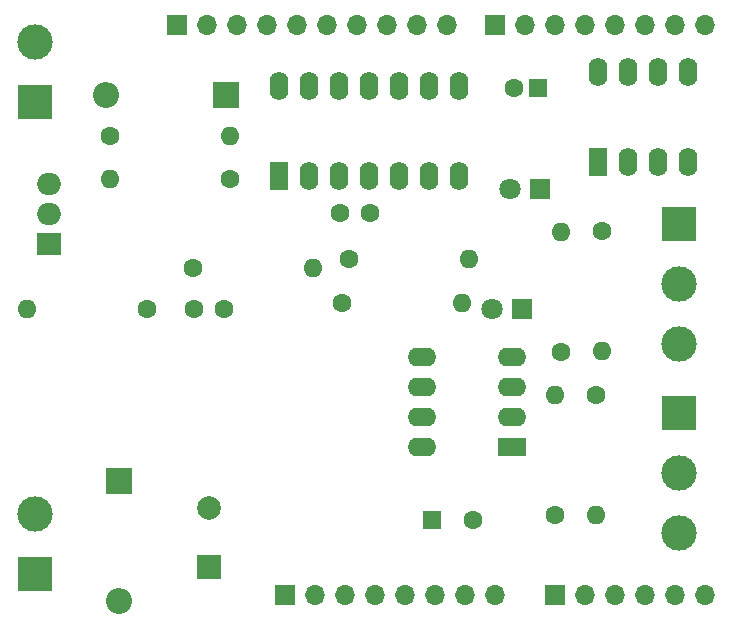
<source format=gbs>
G04 #@! TF.GenerationSoftware,KiCad,Pcbnew,8.0.1*
G04 #@! TF.CreationDate,2024-03-22T11:37:50+04:00*
G04 #@! TF.ProjectId,BSPD_Nucleo_Shield,42535044-5f4e-4756-936c-656f5f536869,1.0*
G04 #@! TF.SameCoordinates,Original*
G04 #@! TF.FileFunction,Soldermask,Bot*
G04 #@! TF.FilePolarity,Negative*
%FSLAX46Y46*%
G04 Gerber Fmt 4.6, Leading zero omitted, Abs format (unit mm)*
G04 Created by KiCad (PCBNEW 8.0.1) date 2024-03-22 11:37:50*
%MOMM*%
%LPD*%
G01*
G04 APERTURE LIST*
%ADD10R,1.700000X1.700000*%
%ADD11O,1.700000X1.700000*%
%ADD12R,3.000000X3.000000*%
%ADD13C,3.000000*%
%ADD14R,2.200000X2.200000*%
%ADD15O,2.200000X2.200000*%
%ADD16C,1.600000*%
%ADD17O,1.600000X1.600000*%
%ADD18R,2.000000X2.000000*%
%ADD19C,2.000000*%
%ADD20R,1.600000X1.600000*%
%ADD21R,2.400000X1.600000*%
%ADD22O,2.400000X1.600000*%
%ADD23R,1.600000X2.400000*%
%ADD24O,1.600000X2.400000*%
%ADD25R,1.800000X1.800000*%
%ADD26C,1.800000*%
%ADD27R,2.000000X1.905000*%
%ADD28O,2.000000X1.905000*%
G04 APERTURE END LIST*
D10*
X57950000Y-69340000D03*
D11*
X60490000Y-69340000D03*
X63030000Y-69340000D03*
X65570000Y-69340000D03*
X68110000Y-69340000D03*
X70650000Y-69340000D03*
X73190000Y-69340000D03*
X75730000Y-69340000D03*
D10*
X80810000Y-69340000D03*
D11*
X83350000Y-69340000D03*
X85890000Y-69340000D03*
X88430000Y-69340000D03*
X90970000Y-69340000D03*
X93510000Y-69340000D03*
D10*
X75730000Y-21080000D03*
D11*
X78270000Y-21080000D03*
X80810000Y-21080000D03*
X83350000Y-21080000D03*
X85890000Y-21080000D03*
X88430000Y-21080000D03*
X90970000Y-21080000D03*
X93510000Y-21080000D03*
D12*
X36810000Y-67550000D03*
D13*
X36810000Y-62470000D03*
D14*
X53010000Y-26980000D03*
D15*
X42850000Y-26980000D03*
D16*
X50210000Y-41680000D03*
D17*
X60370000Y-41680000D03*
D16*
X46290000Y-45080000D03*
D17*
X36130000Y-45080000D03*
D16*
X43110000Y-30470000D03*
D17*
X53270000Y-30470000D03*
D18*
X51510000Y-66980000D03*
D19*
X51510000Y-61980000D03*
D20*
X70410000Y-62980000D03*
D16*
X73910000Y-62980000D03*
X62810000Y-44580000D03*
D17*
X72970000Y-44580000D03*
D16*
X84310000Y-52380000D03*
D17*
X84310000Y-62540000D03*
D16*
X81310000Y-48780000D03*
D17*
X81310000Y-38620000D03*
D21*
X77210000Y-56780000D03*
D22*
X77210000Y-54240000D03*
X77210000Y-51700000D03*
X77210000Y-49160000D03*
X69590000Y-49160000D03*
X69590000Y-51700000D03*
X69590000Y-54240000D03*
X69590000Y-56780000D03*
D12*
X91310000Y-37880000D03*
D13*
X91310000Y-42960000D03*
X91310000Y-48040000D03*
D23*
X57455000Y-33855000D03*
D24*
X59995000Y-33855000D03*
X62535000Y-33855000D03*
X65075000Y-33855000D03*
X67615000Y-33855000D03*
X70155000Y-33855000D03*
X72695000Y-33855000D03*
X72695000Y-26235000D03*
X70155000Y-26235000D03*
X67615000Y-26235000D03*
X65075000Y-26235000D03*
X62535000Y-26235000D03*
X59995000Y-26235000D03*
X57455000Y-26235000D03*
D10*
X48806000Y-21080000D03*
D11*
X51346000Y-21080000D03*
X53886000Y-21080000D03*
X56426000Y-21080000D03*
X58966000Y-21080000D03*
X61506000Y-21080000D03*
X64046000Y-21080000D03*
X66586000Y-21080000D03*
X69126000Y-21080000D03*
X71666000Y-21080000D03*
D16*
X50260000Y-45080000D03*
X52760000Y-45080000D03*
D12*
X91310000Y-53960000D03*
D13*
X91310000Y-59040000D03*
X91310000Y-64120000D03*
D12*
X36810000Y-27570000D03*
D13*
X36810000Y-22490000D03*
D14*
X43910000Y-59680000D03*
D15*
X43910000Y-69840000D03*
D16*
X63410000Y-40880000D03*
D17*
X73570000Y-40880000D03*
D25*
X79585000Y-34980000D03*
D26*
X77045000Y-34980000D03*
D16*
X80810000Y-62580000D03*
D17*
X80810000Y-52420000D03*
D16*
X65160000Y-36980000D03*
X62660000Y-36980000D03*
D20*
X79345100Y-26430000D03*
D16*
X77345100Y-26430000D03*
D27*
X38010000Y-39580000D03*
D28*
X38010000Y-37040000D03*
X38010000Y-34500000D03*
D23*
X84460000Y-32640000D03*
D24*
X87000000Y-32640000D03*
X89540000Y-32640000D03*
X92080000Y-32640000D03*
X92080000Y-25020000D03*
X89540000Y-25020000D03*
X87000000Y-25020000D03*
X84460000Y-25020000D03*
D25*
X78010000Y-45080000D03*
D26*
X75470000Y-45080000D03*
D16*
X53310000Y-34080000D03*
D17*
X43150000Y-34080000D03*
D16*
X84810000Y-38480000D03*
D17*
X84810000Y-48640000D03*
M02*

</source>
